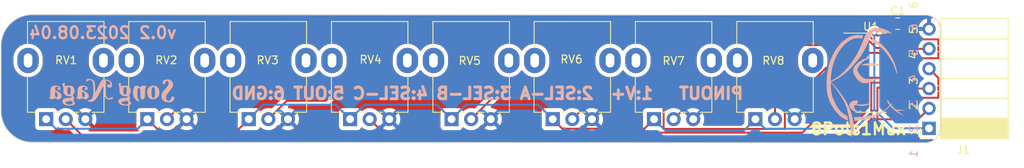
<source format=kicad_pcb>
(kicad_pcb (version 20221018) (generator pcbnew)
  (layers (0 "F.Cu" signal) (31 "B.Cu" signal) (34 "B.Paste" user) (35 "F.Paste" user) (36 "B.SilkS" user "B.Silkscreen") (37 "F.SilkS" user "F.Silkscreen") (38 "B.Mask" user) (39 "F.Mask" user) (44 "Edge.Cuts" user))
  (net 0 "")
  (net 1 "+3V3")
  (net 2 "GND")
  (net 3 "CHANNEL_SELECT_A")
  (net 4 "CHANNEL_SELECT_B")
  (net 5 "CHANNEL_SELECT_C")
  (net 6 "MUX_OUT")
  (net 7 "MUX_IN_1")
  (net 8 "MUX_IN_2")
  (net 9 "MUX_IN_3")
  (net 10 "MUX_IN_4")
  (net 11 "MUX_IN_5")
  (net 12 "MUX_IN_6")
  (net 13 "MUX_IN_7")
  (net 14 "MUX_IN_8")
  (footprint "Capacitor_SMD:C_0805_2012Metric" (layer "F.Cu") (at 203.13 26.78)
    (fp_text reference "C1" (at 0 -1.68) (layer "F.SilkS"))
    (fp_text value "10nF")
    (pad "1" smd roundrect (at -0.95 0) (size 1 1.45) (layers "F.Cu" "F.Paste" "F.Mask") (net 1 "+3V3"))
    (pad "2" smd roundrect (at 0.95 0) (size 1 1.45) (layers "F.Cu" "F.Paste" "F.Mask") (net 2 "GND"))
  )
  (footprint "Potentiometer_THT:Potentiometer_Alpha_RD901F-40-00D_Single_Vertical" (layer "F.Cu") (at 146.29 38.98 90)
    (fp_text reference "RV5" (at 7.46 2.31 180) (layer "F.SilkS"))
    (fp_text value "R_Potentiometer")
    (pad "" thru_hole oval (at 7.5 -2.3 180) (size 2.72 3.24) (drill oval 1.1 1.8) (layers "*.Cu" "*.Mask"))
    (pad "" thru_hole oval (at 7.5 7.3 180) (size 2.72 3.24) (drill oval 1.1 1.8) (layers "*.Cu" "*.Mask"))
    (pad "1" thru_hole rect (at 0 0 180) (size 1.8 1.8) (drill 1) (layers "*.Cu" "*.Mask") (net 1 "+3V3"))
    (pad "2" thru_hole circle (at 0 2.5 180) (size 1.8 1.8) (drill 1) (layers "*.Cu" "*.Mask") (net 11 "MUX_IN_5"))
    (pad "3" thru_hole circle (at 0 5 180) (size 1.8 1.8) (drill 1) (layers "*.Cu" "*.Mask") (net 2 "GND"))
  )
  (footprint "Potentiometer_THT:Potentiometer_Alpha_RD901F-40-00D_Single_Vertical" (layer "F.Cu") (at 159.18 38.98 90)
    (fp_text reference "RV6" (at 7.64 2.39 180) (layer "F.SilkS"))
    (fp_text value "R_Potentiometer")
    (pad "" thru_hole oval (at 7.5 -2.3 180) (size 2.72 3.24) (drill oval 1.1 1.8) (layers "*.Cu" "*.Mask"))
    (pad "" thru_hole oval (at 7.5 7.3 180) (size 2.72 3.24) (drill oval 1.1 1.8) (layers "*.Cu" "*.Mask"))
    (pad "1" thru_hole rect (at 0 0 180) (size 1.8 1.8) (drill 1) (layers "*.Cu" "*.Mask") (net 1 "+3V3"))
    (pad "2" thru_hole circle (at 0 2.5 180) (size 1.8 1.8) (drill 1) (layers "*.Cu" "*.Mask") (net 12 "MUX_IN_6"))
    (pad "3" thru_hole circle (at 0 5 180) (size 1.8 1.8) (drill 1) (layers "*.Cu" "*.Mask") (net 2 "GND"))
  )
  (footprint "Potentiometer_THT:Potentiometer_Alpha_RD901F-40-00D_Single_Vertical" (layer "F.Cu") (at 94.64 38.98 90)
    (fp_text reference "RV1" (at 7.54 2.55) (layer "F.SilkS"))
    (fp_text value "R_Potentiometer")
    (pad "" thru_hole oval (at 7.5 -2.3 180) (size 2.72 3.24) (drill oval 1.1 1.8) (layers "*.Cu" "*.Mask"))
    (pad "" thru_hole oval (at 7.5 7.3 180) (size 2.72 3.24) (drill oval 1.1 1.8) (layers "*.Cu" "*.Mask"))
    (pad "1" thru_hole rect (at 0 0 180) (size 1.8 1.8) (drill 1) (layers "*.Cu" "*.Mask") (net 1 "+3V3"))
    (pad "2" thru_hole circle (at 0 2.5 180) (size 1.8 1.8) (drill 1) (layers "*.Cu" "*.Mask") (net 7 "MUX_IN_1"))
    (pad "3" thru_hole circle (at 0 5 180) (size 1.8 1.8) (drill 1) (layers "*.Cu" "*.Mask") (net 2 "GND"))
  )
  (footprint "Potentiometer_THT:Potentiometer_Alpha_RD901F-40-00D_Single_Vertical" (layer "F.Cu") (at 172.08 38.98 90)
    (fp_text reference "RV7" (at 7.44 2.5 180) (layer "F.SilkS"))
    (fp_text value "R_Potentiometer")
    (pad "" thru_hole oval (at 7.5 -2.3 180) (size 2.72 3.24) (drill oval 1.1 1.8) (layers "*.Cu" "*.Mask"))
    (pad "" thru_hole oval (at 7.5 7.3 180) (size 2.72 3.24) (drill oval 1.1 1.8) (layers "*.Cu" "*.Mask"))
    (pad "1" thru_hole rect (at 0 0 180) (size 1.8 1.8) (drill 1) (layers "*.Cu" "*.Mask") (net 1 "+3V3"))
    (pad "2" thru_hole circle (at 0 2.5 180) (size 1.8 1.8) (drill 1) (layers "*.Cu" "*.Mask") (net 13 "MUX_IN_7"))
    (pad "3" thru_hole circle (at 0 5 180) (size 1.8 1.8) (drill 1) (layers "*.Cu" "*.Mask") (net 2 "GND"))
  )
  (footprint "Potentiometer_THT:Potentiometer_Alpha_RD901F-40-00D_Single_Vertical" (layer "F.Cu") (at 120.45 38.98 90)
    (fp_text reference "RV3" (at 7.53 2.41 180) (layer "F.SilkS"))
    (fp_text value "R_Potentiometer")
    (pad "" thru_hole oval (at 7.5 -2.3 180) (size 2.72 3.24) (drill oval 1.1 1.8) (layers "*.Cu" "*.Mask"))
    (pad "" thru_hole oval (at 7.5 7.3 180) (size 2.72 3.24) (drill oval 1.1 1.8) (layers "*.Cu" "*.Mask"))
    (pad "1" thru_hole rect (at 0 0 180) (size 1.8 1.8) (drill 1) (layers "*.Cu" "*.Mask") (net 1 "+3V3"))
    (pad "2" thru_hole circle (at 0 2.5 180) (size 1.8 1.8) (drill 1) (layers "*.Cu" "*.Mask") (net 9 "MUX_IN_3"))
    (pad "3" thru_hole circle (at 0 5 180) (size 1.8 1.8) (drill 1) (layers "*.Cu" "*.Mask") (net 2 "GND"))
  )
  (footprint "Package_SO:SOIC-16_3.9x9.9mm_P1.27mm" (layer "F.Cu") (at 199.72 33.05)
    (fp_text reference "U1" (at 0 -5.9) (layer "F.SilkS"))
    (fp_text value "4051")
    (pad "1" smd roundrect (at -2.475 -4.445) (size 1.95 0.6) (layers "F.Cu" "F.Paste" "F.Mask") (net 11 "MUX_IN_5"))
    (pad "2" smd roundrect (at -2.475 -3.175) (size 1.95 0.6) (layers "F.Cu" "F.Paste" "F.Mask") (net 13 "MUX_IN_7"))
    (pad "3" smd roundrect (at -2.475 -1.905) (size 1.95 0.6) (layers "F.Cu" "F.Paste" "F.Mask") (net 6 "MUX_OUT"))
    (pad "4" smd roundrect (at -2.475 -0.635) (size 1.95 0.6) (layers "F.Cu" "F.Paste" "F.Mask") (net 14 "MUX_IN_8"))
    (pad "5" smd roundrect (at -2.475 0.635) (size 1.95 0.6) (layers "F.Cu" "F.Paste" "F.Mask") (net 12 "MUX_IN_6"))
    (pad "6" smd roundrect (at -2.475 1.905) (size 1.95 0.6) (layers "F.Cu" "F.Paste" "F.Mask") (net 2 "GND"))
    (pad "7" smd roundrect (at -2.475 3.175) (size 1.95 0.6) (layers "F.Cu" "F.Paste" "F.Mask") (net 2 "GND"))
    (pad "8" smd roundrect (at -2.475 4.445) (size 1.95 0.6) (layers "F.Cu" "F.Paste" "F.Mask") (net 2 "GND"))
    (pad "9" smd roundrect (at 2.475 4.445) (size 1.95 0.6) (layers "F.Cu" "F.Paste" "F.Mask") (net 5 "CHANNEL_SELECT_C"))
    (pad "10" smd roundrect (at 2.475 3.175) (size 1.95 0.6) (layers "F.Cu" "F.Paste" "F.Mask") (net 4 "CHANNEL_SELECT_B"))
    (pad "11" smd roundrect (at 2.475 1.905) (size 1.95 0.6) (layers "F.Cu" "F.Paste" "F.Mask") (net 3 "CHANNEL_SELECT_A"))
    (pad "12" smd roundrect (at 2.475 0.635) (size 1.95 0.6) (layers "F.Cu" "F.Paste" "F.Mask") (net 10 "MUX_IN_4"))
    (pad "13" smd roundrect (at 2.475 -0.635) (size 1.95 0.6) (layers "F.Cu" "F.Paste" "F.Mask") (net 7 "MUX_IN_1"))
    (pad "14" smd roundrect (at 2.475 -1.905) (size 1.95 0.6) (layers "F.Cu" "F.Paste" "F.Mask") (net 8 "MUX_IN_2"))
    (pad "15" smd roundrect (at 2.475 -3.175) (size 1.95 0.6) (layers "F.Cu" "F.Paste" "F.Mask") (net 9 "MUX_IN_3"))
    (pad "16" smd roundrect (at 2.475 -4.445) (size 1.95 0.6) (layers "F.Cu" "F.Paste" "F.Mask") (net 1 "+3V3"))
  )
  (footprint "Potentiometer_THT:Potentiometer_Alpha_RD901F-40-00D_Single_Vertical" (layer "F.Cu") (at 185 38.98 90)
    (fp_text reference "RV8" (at 7.47 2.29 180) (layer "F.SilkS"))
    (fp_text value "R_Potentiometer")
    (pad "" thru_hole oval (at 7.5 -2.3 180) (size 2.72 3.24) (drill oval 1.1 1.8) (layers "*.Cu" "*.Mask"))
    (pad "" thru_hole oval (at 7.5 7.3 180) (size 2.72 3.24) (drill oval 1.1 1.8) (layers "*.Cu" "*.Mask"))
    (pad "1" thru_hole rect (at 0 0 180) (size 1.8 1.8) (drill 1) (layers "*.Cu" "*.Mask") (net 1 "+3V3"))
    (pad "2" thru_hole circle (at 0 2.5 180) (size 1.8 1.8) (drill 1) (layers "*.Cu" "*.Mask") (net 14 "MUX_IN_8"))
    (pad "3" thru_hole circle (at 0 5 180) (size 1.8 1.8) (drill 1) (layers "*.Cu" "*.Mask") (net 2 "GND"))
  )
  (footprint "Potentiometer_THT:Potentiometer_Alpha_RD901F-40-00D_Single_Vertical" (layer "F.Cu") (at 133.36 38.98 90)
    (fp_text reference "RV4" (at 7.61 2.62 180) (layer "F.SilkS"))
    (fp_text value "R_Potentiometer")
    (pad "" thru_hole oval (at 7.5 -2.3 180) (size 2.72 3.24) (drill oval 1.1 1.8) (layers "*.Cu" "*.Mask"))
    (pad "" thru_hole oval (at 7.5 7.3 180) (size 2.72 3.24) (drill oval 1.1 1.8) (layers "*.Cu" "*.Mask"))
    (pad "1" thru_hole rect (at 0 0 180) (size 1.8 1.8) (drill 1) (layers "*.Cu" "*.Mask") (net 1 "+3V3"))
    (pad "2" thru_hole circle (at 0 2.5 180) (size 1.8 1.8) (drill 1) (layers "*.Cu" "*.Mask") (net 10 "MUX_IN_4"))
    (pad "3" thru_hole circle (at 0 5 180) (size 1.8 1.8) (drill 1) (layers "*.Cu" "*.Mask") (net 2 "GND"))
  )
  (footprint "Connector_PinSocket_2.54mm:PinSocket_1x06_P2.54mm_Horizontal" (layer "F.Cu") (at 207.12 40.15 180)
    (fp_text reference "J1" (at -4.38 -2.77) (layer "F.SilkS"))
    (fp_text value "Conn_01x08_Female")
    (pad "1" thru_hole rect (at 0 0 180) (size 1.7 1.7) (drill 1) (layers "*.Cu" "*.Mask") (net 1 "+3V3"))
    (pad "2" thru_hole oval (at 0 2.54 180) (size 1.7 1.7) (drill 1) (layers "*.Cu" "*.Mask") (net 3 "CHANNEL_SELECT_A"))
    (pad "3" thru_hole oval (at 0 5.08 180) (size 1.7 1.7) (drill 1) (layers "*.Cu" "*.Mask") (net 4 "CHANNEL_SELECT_B"))
    (pad "4" thru_hole oval (at 0 7.62 180) (size 1.7 1.7) (drill 1) (layers "*.Cu" "*.Mask") (net 5 "CHANNEL_SELECT_C"))
    (pad "5" thru_hole oval (at 0 10.16 180) (size 1.7 1.7) (drill 1) (layers "*.Cu" "*.Mask") (net 6 "MUX_OUT"))
    (pad "6" thru_hole oval (at 0 12.7 180) (size 1.7 1.7) (drill 1) (layers "*.Cu" "*.Mask") (net 2 "GND"))
  )
  (footprint "Potentiometer_THT:Potentiometer_Alpha_RD901F-40-00D_Single_Vertical" (layer "F.Cu") (at 107.54 38.98 90)
    (fp_text reference "RV2" (at 7.54 2.41 180) (layer "F.SilkS"))
    (fp_text value "R_Potentiometer")
    (pad "" thru_hole oval (at 7.5 -2.3 180) (size 2.72 3.24) (drill oval 1.1 1.8) (layers "*.Cu" "*.Mask"))
    (pad "" thru_hole oval (at 7.5 7.3 180) (size 2.72 3.24) (drill oval 1.1 1.8) (layers "*.Cu" "*.Mask"))
    (pad "1" thru_hole rect (at 0 0 180) (size 1.8 1.8) (drill 1) (layers "*.Cu" "*.Mask") (net 1 "+3V3"))
    (pad "2" thru_hole circle (at 0 2.5 180) (size 1.8 1.8) (drill 1) (layers "*.Cu" "*.Mask") (net 8 "MUX_IN_2"))
    (pad "3" thru_hole circle (at 0 5 180) (size 1.8 1.8) (drill 1) (layers "*.Cu" "*.Mask") (net 2 "GND"))
  )
  (footprint "LOGO" (layer "B.Cu") (at 199.136 34.29 -90)
    (fp_text reference "G2" hide)
    (fp_text value "LOGO" hide)
  )
  (footprint "LOGO" (layer "B.Cu") (at 102.97 35.2 180)
    (fp_text reference "G1" hide)
    (fp_text value "LOGO" hide)
  )
  (gr_line (start 92.900012 25.626988) (end 206.64 25.68) (stroke (width 0.1)) (layer "Edge.Cuts"))
  (gr_arc (start 92.900012 41.937012) (mid 90.071576 40.765436) (end 88.9 37.937) (stroke (width 0.1)) (layer "Edge.Cuts"))
  (gr_line (start 206.645786 41.985786) (end 92.900012 41.937012) (stroke (width 0.1)) (layer "Edge.Cuts"))
  (gr_arc (start 206.64 25.68) (mid 208.054214 26.265786) (end 208.64 27.68) (stroke (width 0.1)) (layer "Edge.Cuts"))
  (gr_arc (start 88.9 29.627) (mid 90.071576 26.798564) (end 92.900012 25.626988) (stroke (width 0.1)) (layer "Edge.Cuts"))
  (gr_arc (start 208.645786 39.985786) (mid 208.06 41.4) (end 206.645786 41.985786) (stroke (width 0.1)) (layer "Edge.Cuts"))
  (gr_line (start 88.9 37.937) (end 88.9 29.627) (stroke (width 0.1)) (layer "Edge.Cuts"))
  (gr_line (start 208.64 27.68) (end 208.645786 39.985786) (stroke (width 0.1)) (layer "Edge.Cuts"))
  (gr_text "v0.2 2023.08.04" (at 101.854 27.94) (layer "B.SilkS") (effects (font (size 1.5 1.5) (thickness 0.3)) (justify mirror)))
  (gr_text "6   5   4   3   2   1" (at 205.74 26.67 90) (layer "B.SilkS") (effects (font (size 1 1)) (justify left bottom mirror)))
  (gr_text "PINOUT   1:V+  2:SEL-A 3:SEL-B 4:SEL-C 5:OUT 6:GND" (at 183.642 36.576) (layer "B.SilkS") (effects (font (size 1.5 1.5) (thickness 0.375) bold) (justify left bottom mirror)))
  (gr_text "8Pots1Mux" (at 198.12 40.23) (layer "F.SilkS") (effects (font (size 1.5 1.5) (thickness 0.3))))
  (gr_text "1   2   3   4   5   6" (at 205.74 41.148 90) (layer "F.SilkS") (effects (font (size 1 1)) (justify left bottom)))
  (segment (start 201.8908 28.3008) (end 200.4908 28.3008) (width 0.25) (layer "F.Cu") (net 1))
  (segment (start 160.4053 40.2053) (end 170.8547 40.2053) (width 0.25) (layer "F.Cu") (net 1))
  (segment (start 118.9 40.53) (end 120.45 38.98) (width 0.25) (layer "F.Cu") (net 1))
  (segment (start 200.4908 28.3008) (end 200.15 27.96) (width 0.25) (layer "F.Cu") (net 1))
  (segment (start 201.8908 28.3008) (end 201.8908 27.0692) (width 0.25) (layer "F.Cu") (net 1))
  (segment (start 109.09 40.53) (end 118.9 40.53) (width 0.25) (layer "F.Cu") (net 1))
  (segment (start 170.8547 40.2053) (end 172.08 38.98) (width 0.25) (layer "F.Cu") (net 1))
  (segment (start 107.54 38.98) (end 109.09 40.53) (width 0.25) (layer "F.Cu") (net 1))
  (segment (start 159.18 38.98) (end 160.4053 40.2053) (width 0.25) (layer "F.Cu") (net 1))
  (segment (start 201.8908 27.0692) (end 202.18 26.78) (width 0.25) (layer "F.Cu") (net 1))
  (segment (start 201.8908 28.3008) (end 202.195 28.605) (width 0.25) (layer "F.Cu") (net 1))
  (via (at 200.15 27.96) (size 0.8) (drill 0.4) (layers "F.Cu" "B.Cu") (net 1))
  (segment (start 106.3147 40.2053) (end 107.54 38.98) (width 0.25) (layer "B.Cu") (net 1))
  (segment (start 186.224511 40.204511) (end 197.695489 40.204511) (width 0.25) (layer "B.Cu") (net 1))
  (segment (start 202.55 40.15) (end 200.15 37.75) (width 0.25) (layer "B.Cu") (net 1))
  (segment (start 94.64 38.98) (end 95.8653 40.2053) (width 0.25) (layer "B.Cu") (net 1))
  (segment (start 207.12 40.15) (end 202.55 40.15) (width 0.25) (layer "B.Cu") (net 1))
  (segment (start 133.36 38.98) (end 135.2 37.14) (width 0.25) (layer "B.Cu") (net 1))
  (segment (start 135.2 37.14) (end 144.45 37.14) (width 0.25) (layer "B.Cu") (net 1))
  (segment (start 200.15 37.75) (end 200.15 27.96) (width 0.25) (layer "B.Cu") (net 1))
  (segment (start 172.08 38.98) (end 173.57 40.47) (width 0.25) (layer "B.Cu") (net 1))
  (segment (start 148.13 37.14) (end 146.29 38.98) (width 0.25) (layer "B.Cu") (net 1))
  (segment (start 197.695489 40.204511) (end 200.15 37.75) (width 0.25) (layer "B.Cu") (net 1))
  (segment (start 120.45 38.98) (end 122.3 37.13) (width 0.25) (layer "B.Cu") (net 1))
  (segment (start 173.57 40.47) (end 183.51 40.47) (width 0.25) (layer "B.Cu") (net 1))
  (segment (start 95.8653 40.2053) (end 106.3147 40.2053) (width 0.25) (layer "B.Cu") (net 1))
  (segment (start 144.45 37.14) (end 146.29 38.98) (width 0.25) (layer "B.Cu") (net 1))
  (segment (start 159.18 38.98) (end 157.34 37.14) (width 0.25) (layer "B.Cu") (net 1))
  (segment (start 185 38.98) (end 186.224511 40.204511) (width 0.25) (layer "B.Cu") (net 1))
  (segment (start 131.51 37.13) (end 133.36 38.98) (width 0.25) (layer "B.Cu") (net 1))
  (segment (start 157.34 37.14) (end 148.13 37.14) (width 0.25) (layer "B.Cu") (net 1))
  (segment (start 183.51 40.47) (end 185 38.98) (width 0.25) (layer "B.Cu") (net 1))
  (segment (start 122.3 37.13) (end 131.51 37.13) (width 0.25) (layer "B.Cu") (net 1))
  (segment (start 207.12 37.61) (end 205.73 39) (width 0.25) (layer "F.Cu") (net 3))
  (segment (start 200.54 34.955) (end 202.195 34.955) (width 0.25) (layer "F.Cu") (net 3))
  (segment (start 205.73 39) (end 200.54 39) (width 0.25) (layer "F.Cu") (net 3))
  (segment (start 200.54 39) (end 200.54 34.955) (width 0.25) (layer "F.Cu") (net 3))
  (segment (start 203.125 36.225) (end 202.195 36.225) (width 0.25) (layer "F.Cu") (net 4))
  (segment (start 204.28 35.07) (end 203.125 36.225) (width 0.25) (layer "F.Cu") (net 4))
  (segment (start 207.12 35.07) (end 204.28 35.07) (width 0.25) (layer "F.Cu") (net 4))
  (segment (start 205.4246 36.2454) (end 204.175 37.495) (width 0.25) (layer "F.Cu") (net 5))
  (segment (start 208.3046 33.7146) (end 208.3046 36.2454) (width 0.25) (layer "F.Cu") (net 5))
  (segment (start 204.175 37.495) (end 202.195 37.495) (width 0.25) (layer "F.Cu") (net 5))
  (segment (start 208.3046 36.2454) (end 205.4246 36.2454) (width 0.25) (layer "F.Cu") (net 5))
  (segment (start 207.12 32.53) (end 208.3046 33.7146) (width 0.25) (layer "F.Cu") (net 5))
  (segment (start 204.47 30.51) (end 204.99 29.99) (width 0.25) (layer "F.Cu") (net 6))
  (segment (start 204.99 29.99) (end 207.12 29.99) (width 0.25) (layer "F.Cu") (net 6))
  (segment (start 197.88 30.51) (end 204.47 30.51) (width 0.25) (layer "F.Cu") (net 6))
  (segment (start 197.245 31.145) (end 197.88 30.51) (width 0.25) (layer "F.Cu") (net 6))
  (segment (start 202.195 32.415) (end 204.48 32.415) (width 0.25) (layer "F.Cu") (net 7))
  (segment (start 204.48 32.415) (end 204.48 34.32) (width 0.25) (layer "F.Cu") (net 7))
  (segment (start 199.76 34.32) (end 199.76 38.97) (width 0.25) (layer "F.Cu") (net 7))
  (segment (start 197.5505 41.1795) (end 99.3395 41.1795) (width 0.25) (layer "F.Cu") (net 7))
  (segment (start 199.76 38.97) (end 197.5505 41.1795) (width 0.25) (layer "F.Cu") (net 7))
  (segment (start 99.3395 41.1795) (end 97.14 38.98) (width 0.25) (layer "F.Cu") (net 7))
  (segment (start 204.48 34.32) (end 199.76 34.32) (width 0.25) (layer "F.Cu") (net 7))
  (segment (start 204.4782 29.24) (end 204.9332 28.785) (width 0.25) (layer "F.Cu") (net 8))
  (segment (start 128.3229 26.55) (end 197.6854 26.55) (width 0.25) (layer "F.Cu") (net 8))
  (segment (start 208.3046 28.785) (end 208.3046 31.2025) (width 0.25) (layer "F.Cu") (net 8))
  (segment (start 121.024 33.8489) (end 128.3229 26.55) (width 0.25) (layer "F.Cu") (net 8))
  (segment (start 204.9332 28.785) (end 208.3046 28.785) (width 0.25) (layer "F.Cu") (net 8))
  (segment (start 202.2525 31.2025) (end 202.195 31.145) (width 0.25) (layer "F.Cu") (net 8))
  (segment (start 110.04 38.98) (end 115.1711 33.8489) (width 0.25) (layer "F.Cu") (net 8))
  (segment (start 197.6854 26.55) (end 200.3754 29.24) (width 0.25) (layer "F.Cu") (net 8))
  (segment (start 115.1711 33.8489) (end 121.024 33.8489) (width 0.25) (layer "F.Cu") (net 8))
  (segment (start 208.3046 31.2025) (end 202.2525 31.2025) (width 0.25) (layer "F.Cu") (net 8))
  (segment (start 200.3754 29.24) (end 204.4782 29.24) (width 0.25) (layer "F.Cu") (net 8))
  (segment (start 125.2975 36.6325) (end 122.95 38.98) (width 0.25) (layer "F.Cu") (net 9))
  (segment (start 198.019696 27.52) (end 139.3716 27.52) (width 0.25) (layer "F.Cu") (net 9))
  (segment (start 202.195 29.875) (end 200.374696 29.875) (width 0.25) (layer "F.Cu") (net 9))
  (segment (start 200.374696 29.875) (end 198.019696 27.52) (width 0.25) (layer "F.Cu") (net 9))
  (segment (start 139.3716 27.52) (end 130.2591 36.6325) (width 0.25) (layer "F.Cu") (net 9))
  (segment (start 130.2591 36.6325) (end 125.2975 36.6325) (width 0.25) (layer "F.Cu") (net 9))
  (segment (start 192.17 39.52) (end 197.62 39.52) (width 0.25) (layer "F.Cu") (net 10))
  (segment (start 190.9885 40.7015) (end 192.17 39.52) (width 0.25) (layer "F.Cu") (net 10))
  (segment (start 197.62 39.52) (end 198.94 38.2) (width 0.25) (layer "F.Cu") (net 10))
  (segment (start 137.5815 40.7015) (end 190.9885 40.7015) (width 0.25) (layer "F.Cu") (net 10))
  (segment (start 198.94 33.685) (end 202.195 33.685) (width 0.25) (layer "F.Cu") (net 10))
  (segment (start 135.86 38.98) (end 137.5815 40.7015) (width 0.25) (layer "F.Cu") (net 10))
  (segment (start 198.94 38.2) (end 198.94 33.685) (width 0.25) (layer "F.Cu") (net 10))
  (segment (start 153.04 34.73) (end 148.79 38.98) (width 0.25) (layer "F.Cu") (net 11))
  (segment (start 157.0579 34.73) (end 153.04 34.73) (width 0.25) (layer "F.Cu") (net 11))
  (segment (start 163.1829 28.605) (end 157.0579 34.73) (width 0.25) (layer "F.Cu") (net 11))
  (segment (start 197.245 28.605) (end 163.1829 28.605) (width 0.25) (layer "F.Cu") (net 11))
  (segment (start 188.75 36.95) (end 188.75 40.2309) (width 0.25) (layer "F.Cu") (net 12))
  (segment (start 197.245 33.685) (end 197.24 33.69) (width 0.25) (layer "F.Cu") (net 12))
  (segment (start 194.99 33.69) (end 191.73 36.95) (width 0.25) (layer "F.Cu") (net 12))
  (segment (start 164.08 36.58) (end 161.68 38.98) (width 0.25) (layer "F.Cu") (net 12))
  (segment (start 191.73 36.95) (end 188.75 36.95) (width 0.25) (layer "F.Cu") (net 12))
  (segment (start 173.304511 37.504511) (end 172.38 36.58) (width 0.25) (layer "F.Cu") (net 12))
  (segment (start 197.24 33.69) (end 194.99 33.69) (width 0.25) (layer "F.Cu") (net 12))
  (segment (start 188.75 40.2309) (end 173.304511 40.2309) (width 0.25) (layer "F.Cu") (net 12))
  (segment (start 173.304511 40.2309) (end 173.304511 37.504511) (width 0.25) (layer "F.Cu") (net 12))
  (segment (start 172.38 36.58) (end 164.08 36.58) (width 0.25) (layer "F.Cu") (net 12))
  (segment (start 196.8845 29.5145) (end 187.7222 29.5145) (width 0.25) (layer "F.Cu") (net 13))
  (segment (start 180.6467 36.59) (end 176.97 36.59) (width 0.25) (layer "F.Cu") (net 13))
  (segment (start 197.245 29.875) (end 196.8845 29.5145) (width 0.25) (layer "F.Cu") (net 13))
  (segment (start 176.97 36.59) (end 174.58 38.98) (width 0.25) (layer "F.Cu") (net 13))
  (segment (start 187.7222 29.5145) (end 180.6467 36.59) (width 0.25) (layer "F.Cu") (net 13))
  (segment (start 190.922271 35.5) (end 194.007271 32.415) (width 0.25) (layer "F.Cu") (net 14))
  (segment (start 187.5 36.3) (end 188.3 35.5) (width 0.25) (layer "F.Cu") (net 14))
  (segment (start 188.3 35.5) (end 190.922271 35.5) (width 0.25) (layer "F.Cu") (net 14))
  (segment (start 194.007271 32.415) (end 197.245 32.415) (width 0.25) (layer "F.Cu") (net 14))
  (segment (start 187.5 38.98) (end 187.5 36.3) (width 0.25) (layer "F.Cu") (net 14))
  (zone (net 2) (net_name "GND") (layers "F&B.Cu") (connect_pads (clearance 0.508)) (min_thickness 0.254) (fill yes (thermal_gap 0.508) (thermal_bridge_width 0.508))
    (polygon (pts (xy 208.64 41.99) (xy 88.764 41.99) (xy 88.764 25.68) (xy 208.64 25.68)))
  )
)
</source>
